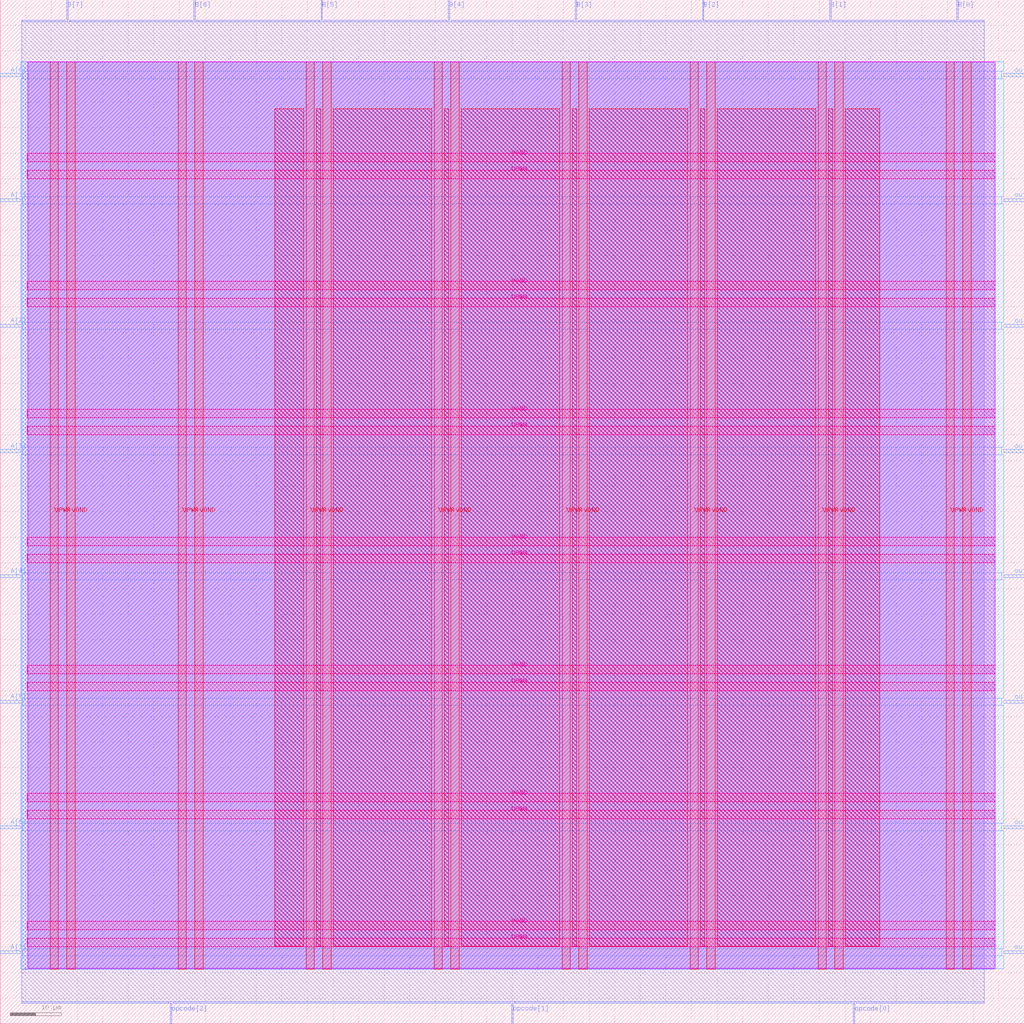
<source format=lef>
VERSION 5.7 ;
  NOWIREEXTENSIONATPIN ON ;
  DIVIDERCHAR "/" ;
  BUSBITCHARS "[]" ;
MACRO ALU
  CLASS BLOCK ;
  FOREIGN ALU ;
  ORIGIN 0.000 0.000 ;
  SIZE 200.000 BY 200.000 ;
  PIN A[0]
    DIRECTION INPUT ;
    USE SIGNAL ;
    ANTENNAGATEAREA 0.495000 ;
    PORT
      LAYER met3 ;
        RECT 0.000 185.000 4.000 185.600 ;
    END
  END A[0]
  PIN A[1]
    DIRECTION INPUT ;
    USE SIGNAL ;
    ANTENNAGATEAREA 0.742500 ;
    PORT
      LAYER met3 ;
        RECT 0.000 160.520 4.000 161.120 ;
    END
  END A[1]
  PIN A[2]
    DIRECTION INPUT ;
    USE SIGNAL ;
    ANTENNAGATEAREA 0.495000 ;
    PORT
      LAYER met3 ;
        RECT 0.000 136.040 4.000 136.640 ;
    END
  END A[2]
  PIN A[3]
    DIRECTION INPUT ;
    USE SIGNAL ;
    ANTENNAGATEAREA 0.495000 ;
    PORT
      LAYER met3 ;
        RECT 0.000 111.560 4.000 112.160 ;
    END
  END A[3]
  PIN A[4]
    DIRECTION INPUT ;
    USE SIGNAL ;
    ANTENNAGATEAREA 0.247500 ;
    PORT
      LAYER met3 ;
        RECT 0.000 87.080 4.000 87.680 ;
    END
  END A[4]
  PIN A[5]
    DIRECTION INPUT ;
    USE SIGNAL ;
    ANTENNAGATEAREA 0.247500 ;
    PORT
      LAYER met3 ;
        RECT 0.000 62.600 4.000 63.200 ;
    END
  END A[5]
  PIN A[6]
    DIRECTION INPUT ;
    USE SIGNAL ;
    ANTENNAGATEAREA 0.742500 ;
    PORT
      LAYER met3 ;
        RECT 0.000 38.120 4.000 38.720 ;
    END
  END A[6]
  PIN A[7]
    DIRECTION INPUT ;
    USE SIGNAL ;
    ANTENNAGATEAREA 0.247500 ;
    PORT
      LAYER met3 ;
        RECT 0.000 13.640 4.000 14.240 ;
    END
  END A[7]
  PIN B[0]
    DIRECTION INPUT ;
    USE SIGNAL ;
    ANTENNAGATEAREA 0.742500 ;
    PORT
      LAYER met2 ;
        RECT 186.850 196.000 187.130 200.000 ;
    END
  END B[0]
  PIN B[1]
    DIRECTION INPUT ;
    USE SIGNAL ;
    ANTENNAGATEAREA 0.990000 ;
    PORT
      LAYER met2 ;
        RECT 162.010 196.000 162.290 200.000 ;
    END
  END B[1]
  PIN B[2]
    DIRECTION INPUT ;
    USE SIGNAL ;
    ANTENNAGATEAREA 0.247500 ;
    PORT
      LAYER met2 ;
        RECT 137.170 196.000 137.450 200.000 ;
    END
  END B[2]
  PIN B[3]
    DIRECTION INPUT ;
    USE SIGNAL ;
    ANTENNAGATEAREA 0.247500 ;
    PORT
      LAYER met2 ;
        RECT 112.330 196.000 112.610 200.000 ;
    END
  END B[3]
  PIN B[4]
    DIRECTION INPUT ;
    USE SIGNAL ;
    ANTENNAGATEAREA 0.247500 ;
    PORT
      LAYER met2 ;
        RECT 87.490 196.000 87.770 200.000 ;
    END
  END B[4]
  PIN B[5]
    DIRECTION INPUT ;
    USE SIGNAL ;
    ANTENNAGATEAREA 0.742500 ;
    PORT
      LAYER met2 ;
        RECT 62.650 196.000 62.930 200.000 ;
    END
  END B[5]
  PIN B[6]
    DIRECTION INPUT ;
    USE SIGNAL ;
    ANTENNAGATEAREA 0.495000 ;
    PORT
      LAYER met2 ;
        RECT 37.810 196.000 38.090 200.000 ;
    END
  END B[6]
  PIN B[7]
    DIRECTION INPUT ;
    USE SIGNAL ;
    ANTENNAGATEAREA 0.213000 ;
    PORT
      LAYER met2 ;
        RECT 12.970 196.000 13.250 200.000 ;
    END
  END B[7]
  PIN VGND
    DIRECTION INOUT ;
    USE GROUND ;
    PORT
      LAYER met4 ;
        RECT 13.020 10.640 14.620 187.920 ;
    END
    PORT
      LAYER met4 ;
        RECT 38.020 10.640 39.620 187.920 ;
    END
    PORT
      LAYER met4 ;
        RECT 63.020 10.640 64.620 187.920 ;
    END
    PORT
      LAYER met4 ;
        RECT 88.020 10.640 89.620 187.920 ;
    END
    PORT
      LAYER met4 ;
        RECT 113.020 10.640 114.620 187.920 ;
    END
    PORT
      LAYER met4 ;
        RECT 138.020 10.640 139.620 187.920 ;
    END
    PORT
      LAYER met4 ;
        RECT 163.020 10.640 164.620 187.920 ;
    END
    PORT
      LAYER met4 ;
        RECT 188.020 10.640 189.620 187.920 ;
    END
    PORT
      LAYER met5 ;
        RECT 5.280 18.380 194.360 19.980 ;
    END
    PORT
      LAYER met5 ;
        RECT 5.280 43.380 194.360 44.980 ;
    END
    PORT
      LAYER met5 ;
        RECT 5.280 68.380 194.360 69.980 ;
    END
    PORT
      LAYER met5 ;
        RECT 5.280 93.380 194.360 94.980 ;
    END
    PORT
      LAYER met5 ;
        RECT 5.280 118.380 194.360 119.980 ;
    END
    PORT
      LAYER met5 ;
        RECT 5.280 143.380 194.360 144.980 ;
    END
    PORT
      LAYER met5 ;
        RECT 5.280 168.380 194.360 169.980 ;
    END
  END VGND
  PIN VPWR
    DIRECTION INOUT ;
    USE POWER ;
    PORT
      LAYER met4 ;
        RECT 9.720 10.640 11.320 187.920 ;
    END
    PORT
      LAYER met4 ;
        RECT 34.720 10.640 36.320 187.920 ;
    END
    PORT
      LAYER met4 ;
        RECT 59.720 10.640 61.320 187.920 ;
    END
    PORT
      LAYER met4 ;
        RECT 84.720 10.640 86.320 187.920 ;
    END
    PORT
      LAYER met4 ;
        RECT 109.720 10.640 111.320 187.920 ;
    END
    PORT
      LAYER met4 ;
        RECT 134.720 10.640 136.320 187.920 ;
    END
    PORT
      LAYER met4 ;
        RECT 159.720 10.640 161.320 187.920 ;
    END
    PORT
      LAYER met4 ;
        RECT 184.720 10.640 186.320 187.920 ;
    END
    PORT
      LAYER met5 ;
        RECT 5.280 15.080 194.360 16.680 ;
    END
    PORT
      LAYER met5 ;
        RECT 5.280 40.080 194.360 41.680 ;
    END
    PORT
      LAYER met5 ;
        RECT 5.280 65.080 194.360 66.680 ;
    END
    PORT
      LAYER met5 ;
        RECT 5.280 90.080 194.360 91.680 ;
    END
    PORT
      LAYER met5 ;
        RECT 5.280 115.080 194.360 116.680 ;
    END
    PORT
      LAYER met5 ;
        RECT 5.280 140.080 194.360 141.680 ;
    END
    PORT
      LAYER met5 ;
        RECT 5.280 165.080 194.360 166.680 ;
    END
  END VPWR
  PIN opcode[0]
    DIRECTION INPUT ;
    USE SIGNAL ;
    ANTENNAGATEAREA 0.247500 ;
    PORT
      LAYER met2 ;
        RECT 166.610 0.000 166.890 4.000 ;
    END
  END opcode[0]
  PIN opcode[1]
    DIRECTION INPUT ;
    USE SIGNAL ;
    ANTENNAGATEAREA 0.247500 ;
    PORT
      LAYER met2 ;
        RECT 99.910 0.000 100.190 4.000 ;
    END
  END opcode[1]
  PIN opcode[2]
    DIRECTION INPUT ;
    USE SIGNAL ;
    ANTENNAGATEAREA 0.426000 ;
    PORT
      LAYER met2 ;
        RECT 33.210 0.000 33.490 4.000 ;
    END
  END opcode[2]
  PIN out[0]
    DIRECTION OUTPUT ;
    USE SIGNAL ;
    ANTENNADIFFAREA 0.445500 ;
    PORT
      LAYER met3 ;
        RECT 196.000 185.000 200.000 185.600 ;
    END
  END out[0]
  PIN out[1]
    DIRECTION OUTPUT ;
    USE SIGNAL ;
    ANTENNADIFFAREA 0.445500 ;
    PORT
      LAYER met3 ;
        RECT 196.000 160.520 200.000 161.120 ;
    END
  END out[1]
  PIN out[2]
    DIRECTION OUTPUT ;
    USE SIGNAL ;
    ANTENNADIFFAREA 0.445500 ;
    PORT
      LAYER met3 ;
        RECT 196.000 136.040 200.000 136.640 ;
    END
  END out[2]
  PIN out[3]
    DIRECTION OUTPUT ;
    USE SIGNAL ;
    ANTENNADIFFAREA 0.445500 ;
    PORT
      LAYER met3 ;
        RECT 196.000 111.560 200.000 112.160 ;
    END
  END out[3]
  PIN out[4]
    DIRECTION OUTPUT ;
    USE SIGNAL ;
    ANTENNADIFFAREA 0.445500 ;
    PORT
      LAYER met3 ;
        RECT 196.000 87.080 200.000 87.680 ;
    END
  END out[4]
  PIN out[5]
    DIRECTION OUTPUT ;
    USE SIGNAL ;
    ANTENNADIFFAREA 1.336500 ;
    PORT
      LAYER met3 ;
        RECT 196.000 62.600 200.000 63.200 ;
    END
  END out[5]
  PIN out[6]
    DIRECTION OUTPUT ;
    USE SIGNAL ;
    ANTENNADIFFAREA 1.336500 ;
    PORT
      LAYER met3 ;
        RECT 196.000 38.120 200.000 38.720 ;
    END
  END out[6]
  PIN out[7]
    DIRECTION OUTPUT ;
    USE SIGNAL ;
    ANTENNADIFFAREA 1.782000 ;
    PORT
      LAYER met3 ;
        RECT 196.000 13.640 200.000 14.240 ;
    END
  END out[7]
  OBS
      LAYER nwell ;
        RECT 5.330 10.795 194.310 187.870 ;
      LAYER li1 ;
        RECT 5.520 10.795 194.120 187.765 ;
      LAYER met1 ;
        RECT 4.210 10.640 194.120 187.920 ;
      LAYER met2 ;
        RECT 4.230 195.720 12.690 196.000 ;
        RECT 13.530 195.720 37.530 196.000 ;
        RECT 38.370 195.720 62.370 196.000 ;
        RECT 63.210 195.720 87.210 196.000 ;
        RECT 88.050 195.720 112.050 196.000 ;
        RECT 112.890 195.720 136.890 196.000 ;
        RECT 137.730 195.720 161.730 196.000 ;
        RECT 162.570 195.720 186.570 196.000 ;
        RECT 187.410 195.720 192.190 196.000 ;
        RECT 4.230 4.280 192.190 195.720 ;
        RECT 4.230 4.000 32.930 4.280 ;
        RECT 33.770 4.000 99.630 4.280 ;
        RECT 100.470 4.000 166.330 4.280 ;
        RECT 167.170 4.000 192.190 4.280 ;
      LAYER met3 ;
        RECT 3.990 186.000 196.000 187.845 ;
        RECT 4.400 184.600 195.600 186.000 ;
        RECT 3.990 161.520 196.000 184.600 ;
        RECT 4.400 160.120 195.600 161.520 ;
        RECT 3.990 137.040 196.000 160.120 ;
        RECT 4.400 135.640 195.600 137.040 ;
        RECT 3.990 112.560 196.000 135.640 ;
        RECT 4.400 111.160 195.600 112.560 ;
        RECT 3.990 88.080 196.000 111.160 ;
        RECT 4.400 86.680 195.600 88.080 ;
        RECT 3.990 63.600 196.000 86.680 ;
        RECT 4.400 62.200 195.600 63.600 ;
        RECT 3.990 39.120 196.000 62.200 ;
        RECT 4.400 37.720 195.600 39.120 ;
        RECT 3.990 14.640 196.000 37.720 ;
        RECT 4.400 13.240 195.600 14.640 ;
        RECT 3.990 10.715 196.000 13.240 ;
      LAYER met4 ;
        RECT 53.655 15.135 59.320 178.665 ;
        RECT 61.720 15.135 62.620 178.665 ;
        RECT 65.020 15.135 84.320 178.665 ;
        RECT 86.720 15.135 87.620 178.665 ;
        RECT 90.020 15.135 109.320 178.665 ;
        RECT 111.720 15.135 112.620 178.665 ;
        RECT 115.020 15.135 134.320 178.665 ;
        RECT 136.720 15.135 137.620 178.665 ;
        RECT 140.020 15.135 159.320 178.665 ;
        RECT 161.720 15.135 162.620 178.665 ;
        RECT 165.020 15.135 171.745 178.665 ;
  END
END ALU
END LIBRARY


</source>
